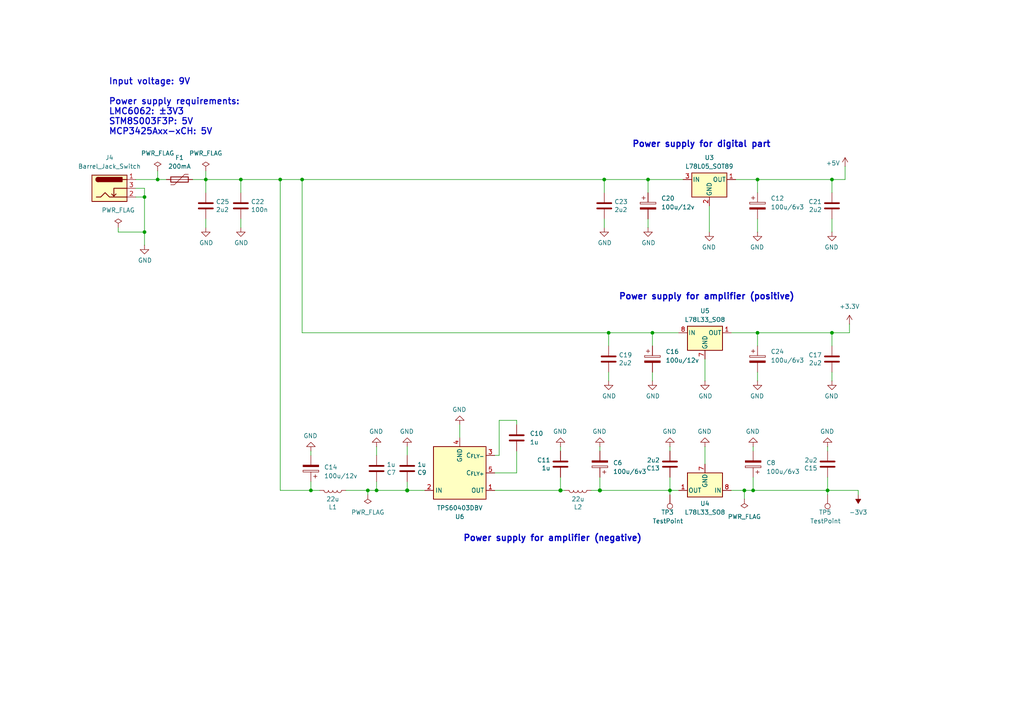
<source format=kicad_sch>
(kicad_sch (version 20231120) (generator "eeschema") (generator_version "8.0")
  (paper "A4")
  (lib_symbols
    (symbol "Connector:Barrel_Jack_Switch" (pin_names hide)
      (property "Reference" "J" (at 0 5.334 0))
      (property "Value" "Barrel_Jack_Switch" (at 0 -5.08 0))
      (symbol "Barrel_Jack_Switch_0_1"
        (rectangle (start -5.08 3.81) (end 5.08 -3.81) (stroke (width 0.254)) (fill (type background)))
        (arc (start -3.302 3.175) (mid -3.9343 2.54) (end -3.302 1.905) (stroke (width 0.254)))
        (arc (start -3.302 3.175) (mid -3.9343 2.54) (end -3.302 1.905) (stroke (width 0.254)) (fill (type outline)))
        (polyline (pts (xy 1.27 -2.286) (xy 1.905 -1.651)) (stroke (width 0.254)))
        (polyline (pts (xy 5.08 2.54) (xy 3.81 2.54)) (stroke (width 0.254)))
        (polyline (pts (xy 5.08 0) (xy 1.27 0) (xy 1.27 -2.286) (xy 0.635 -1.651)) (stroke (width 0.254)))
        (polyline (pts (xy -3.81 -2.54) (xy -2.54 -2.54) (xy -1.27 -1.27) (xy 0 -2.54) (xy 2.54 -2.54) (xy 5.08 -2.54)) (stroke (width 0.254)))
        (rectangle (start 3.683 3.175) (end -3.302 1.905) (stroke (width 0.254)) (fill (type outline)))
      )
      (symbol "Barrel_Jack_Switch_1_1"
        (pin passive line (at 7.62 2.54 180) (length 2.54) (name "~") (number "1"))
        (pin passive line (at 7.62 -2.54 180) (length 2.54) (name "~") (number "2"))
        (pin passive line (at 7.62 0 180) (length 2.54) (name "~") (number "3"))
      )
    )
    (symbol "Connector:TestPoint" (pin_numbers hide) (pin_names (offset 0.762) hide)
      (property "Reference" "TP" (at 0 6.858 0))
      (property "Value" "TestPoint" (at 0 5.08 0))
      (symbol "TestPoint_0_1"
        (circle (center 0 3.302) (radius 0.762))
      )
      (symbol "TestPoint_1_1"
        (pin passive line (at 0 0 90) (length 2.54) (name "1") (number "1"))
      )
    )
    (symbol "Device:C" (pin_numbers hide) (pin_names (offset 0.254))
      (property "Reference" "C" (at 0.635 2.54 0))
      (property "Value" "C" (at 0.635 -2.54 0))
      (symbol "C_0_1"
        (polyline (pts (xy -2.032 -0.762) (xy 2.032 -0.762)) (stroke (width 0.508)))
        (polyline (pts (xy -2.032 0.762) (xy 2.032 0.762)) (stroke (width 0.508)))
      )
      (symbol "C_1_1"
        (pin passive line (at 0 3.81 270) (length 2.794) (name "~") (number "1"))
        (pin passive line (at 0 -3.81 90) (length 2.794) (name "~") (number "2"))
      )
    )
    (symbol "Device:C_Polarized" (pin_numbers hide) (pin_names (offset 0.254))
      (property "Reference" "C" (at 0.635 2.54 0))
      (property "Value" "C_Polarized" (at 0.635 -2.54 0))
      (symbol "C_Polarized_0_1"
        (rectangle (start -2.286 0.508) (end 2.286 1.016))
        (polyline (pts (xy -1.778 2.286) (xy -0.762 2.286)))
        (polyline (pts (xy -1.27 2.794) (xy -1.27 1.778)))
        (rectangle (start 2.286 -0.508) (end -2.286 -1.016) (fill (type outline)))
      )
      (symbol "C_Polarized_1_1"
        (pin passive line (at 0 3.81 270) (length 2.794) (name "~") (number "1"))
        (pin passive line (at 0 -3.81 90) (length 2.794) (name "~") (number "2"))
      )
    )
    (symbol "Device:L" (pin_numbers hide) (pin_names (offset 1.016) hide)
      (property "Reference" "L" (at -1.27 0 90))
      (property "Value" "L" (at 1.905 0 90))
      (symbol "L_0_1"
        (arc (start 0 -2.54) (mid 0.6323 -1.905) (end 0 -1.27))
        (arc (start 0 -1.27) (mid 0.6323 -0.635) (end 0 0))
        (arc (start 0 0) (mid 0.6323 0.635) (end 0 1.27))
        (arc (start 0 1.27) (mid 0.6323 1.905) (end 0 2.54))
      )
      (symbol "L_1_1"
        (pin passive line (at 0 3.81 270) (length 1.27) (name "1") (number "1"))
        (pin passive line (at 0 -3.81 90) (length 1.27) (name "2") (number "2"))
      )
    )
    (symbol "Device:Polyfuse" (pin_numbers hide) (pin_names (offset 0))
      (property "Reference" "F" (at -2.54 0 90))
      (property "Value" "Polyfuse" (at 2.54 0 90))
      (symbol "Polyfuse_0_1"
        (rectangle (start -0.762 2.54) (end 0.762 -2.54) (stroke (width 0.254)))
        (polyline (pts (xy 0 2.54) (xy 0 -2.54)))
        (polyline (pts (xy -1.524 2.54) (xy -1.524 1.524) (xy 1.524 -1.524) (xy 1.524 -2.54)))
      )
      (symbol "Polyfuse_1_1"
        (pin passive line (at 0 3.81 270) (length 1.27) (name "~") (number "1"))
        (pin passive line (at 0 -3.81 90) (length 1.27) (name "~") (number "2"))
      )
    )
    (symbol "PWR_FLAG_1" (power) (pin_numbers hide) (pin_names (offset 0) hide)
      (property "Value" "PWR_FLAG" (at 0 3.81 0))
      (symbol "PWR_FLAG_1_0_0"
        (pin power_out line (at 0 0 90) (length 0) (name "~") (number "1"))
      )
      (symbol "PWR_FLAG_1_0_1"
        (polyline (pts (xy 0 0) (xy 0 1.27) (xy -1.016 1.905) (xy 0 2.54) (xy 1.016 1.905) (xy 0 1.27)))
      )
    )
    (symbol "Regulator_Linear:L78L05_SOT89" (pin_names (offset 0.254))
      (property "Reference" "U" (at -3.81 3.175 0))
      (property "Value" "L78L05_SOT89" (at -0.635 3.175 0))
      (symbol "L78L05_SOT89_0_1"
        (rectangle (start -5.08 1.905) (end 5.08 -5.08) (stroke (width 0.254)) (fill (type background)))
      )
      (symbol "L78L05_SOT89_1_1"
        (pin power_out line (at 7.62 0 180) (length 2.54) (name "OUT") (number "1"))
        (pin power_in line (at 0 -7.62 90) (length 2.54) (name "GND") (number "2"))
        (pin power_in line (at -7.62 0 0) (length 2.54) (name "IN") (number "3"))
      )
    )
    (symbol "Regulator_Linear:L78L33_SO8" (pin_names (offset 0.254))
      (property "Reference" "U" (at -3.81 3.175 0))
      (property "Value" "L78L33_SO8" (at 0 3.175 0))
      (symbol "L78L33_SO8_0_1"
        (rectangle (start -5.08 1.905) (end 5.08 -5.08) (stroke (width 0.254)) (fill (type background)))
      )
      (symbol "L78L33_SO8_1_1"
        (pin power_out line (at 7.62 0 180) (length 2.54) (name "OUT") (number "1"))
        (pin passive line (at 0 -7.62 90) (length 2.54) hide (name "GND") (number "2"))
        (pin passive line (at 0 -7.62 90) (length 2.54) hide (name "GND") (number "3"))
        (pin no_connect line (at -5.08 -2.54 0) (length 2.54) hide (name "NC") (number "4"))
        (pin no_connect line (at 5.08 -2.54 180) (length 2.54) hide (name "NC") (number "5"))
        (pin passive line (at 0 -7.62 90) (length 2.54) hide (name "GND") (number "6"))
        (pin power_in line (at 0 -7.62 90) (length 2.54) (name "GND") (number "7"))
        (pin power_in line (at -7.62 0 0) (length 2.54) (name "IN") (number "8"))
      )
    )
    (symbol "Regulator_SwitchedCapacitor:TPS60403DBV"
      (property "Reference" "U" (at 6.35 8.89 0))
      (property "Value" "TPS60403DBV" (at 7.62 -8.89 0))
      (symbol "TPS60403DBV_1_1"
        (rectangle (start -7.62 7.62) (end 7.62 -7.62) (stroke (width 0.254)) (fill (type background)))
        (pin power_out line (at 10.16 5.08 180) (length 2.54) (name "OUT") (number "1"))
        (pin power_in line (at -10.16 5.08 0) (length 2.54) (name "IN") (number "2"))
        (pin passive line (at 10.16 -5.08 180) (length 2.54) (name "C_{FLY-}") (number "3"))
        (pin power_in line (at 0 -10.16 90) (length 2.54) (name "GND") (number "4"))
        (pin passive line (at 10.16 0 180) (length 2.54) (name "C_{FLY+}") (number "5"))
      )
    )
    (symbol "power:+3.3V" (power) (pin_numbers hide) (pin_names (offset 0) hide)
      (property "Value" "+3.3V" (at 0 3.556 0))
      (symbol "+3.3V_0_1"
        (polyline (pts (xy -0.762 1.27) (xy 0 2.54)))
        (polyline (pts (xy 0 0) (xy 0 2.54)))
        (polyline (pts (xy 0 2.54) (xy 0.762 1.27)))
      )
      (symbol "+3.3V_1_1"
        (pin power_in line (at 0 0 90) (length 0) (name "~") (number "1"))
      )
    )
    (symbol "power:+5V" (power) (pin_numbers hide) (pin_names (offset 0) hide)
      (property "Value" "+5V" (at 0 3.556 0))
      (symbol "+5V_0_1"
        (polyline (pts (xy -0.762 1.27) (xy 0 2.54)))
        (polyline (pts (xy 0 0) (xy 0 2.54)))
        (polyline (pts (xy 0 2.54) (xy 0.762 1.27)))
      )
      (symbol "+5V_1_1"
        (pin power_in line (at 0 0 90) (length 0) (name "~") (number "1"))
      )
    )
    (symbol "power:-3V3" (power) (pin_numbers hide) (pin_names (offset 0) hide)
      (property "Value" "-3V3" (at 0 3.556 0))
      (symbol "-3V3_0_0"
        (pin power_in line (at 0 0 90) (length 0) (name "~") (number "1"))
      )
      (symbol "-3V3_0_1"
        (polyline (pts (xy 0 0) (xy 0 1.27) (xy 0.762 1.27) (xy 0 2.54) (xy -0.762 1.27) (xy 0 1.27)) (fill (type outline)))
      )
    )
    (symbol "power:GND" (power) (pin_numbers hide) (pin_names (offset 0) hide)
      (property "Value" "GND" (at 0 -3.81 0))
      (symbol "GND_0_1"
        (polyline (pts (xy 0 0) (xy 0 -1.27) (xy 1.27 -1.27) (xy 0 -2.54) (xy -1.27 -1.27) (xy 0 -1.27)))
      )
      (symbol "GND_1_1"
        (pin power_in line (at 0 0 270) (length 0) (name "~") (number "1"))
      )
    )
    (symbol "power:PWR_FLAG" (power) (pin_numbers hide) (pin_names (offset 0) hide)
      (property "Value" "PWR_FLAG" (at 0 3.81 0))
      (symbol "PWR_FLAG_0_0"
        (pin power_out line (at 0 0 90) (length 0) (name "~") (number "1"))
      )
      (symbol "PWR_FLAG_0_1"
        (polyline (pts (xy 0 0) (xy 0 1.27) (xy -1.016 1.905) (xy 0 2.54) (xy 1.016 1.905) (xy 0 1.27)))
      )
    )
  )
  (junction (at 118.11 142.24) (diameter 1.016))
  (junction (at 106.68 142.24))
  (junction (at 215.9 142.24))
  (junction (at 173.99 142.24) (diameter 1.016))
  (junction (at 81.28 52.07))
  (junction (at 90.17 142.24))
  (junction (at 175.26 52.07))
  (junction (at 241.3 96.52))
  (junction (at 187.96 52.07))
  (junction (at 41.91 57.15))
  (junction (at 219.71 96.52))
  (junction (at 241.3 52.07))
  (junction (at 109.22 142.24))
  (junction (at 41.91 67.31))
  (junction (at 45.72 52.07))
  (junction (at 189.23 96.52))
  (junction (at 59.69 52.07))
  (junction (at 194.31 142.24))
  (junction (at 218.44 142.24))
  (junction (at 162.56 142.24) (diameter 1.016))
  (junction (at 87.63 52.07))
  (junction (at 240.03 142.24))
  (junction (at 69.85 52.07))
  (junction (at 219.71 52.07))
  (junction (at 176.53 96.52))
  (wire (pts (xy 69.85 52.07) (xy 81.28 52.07)))
  (wire (pts (xy 219.71 67.31) (xy 219.71 63.5)))
  (wire (pts (xy 240.03 142.24) (xy 240.03 138.43)))
  (wire (pts (xy 55.88 52.07) (xy 59.69 52.07)))
  (wire (pts (xy 204.47 129.54) (xy 204.47 134.62)))
  (wire (pts (xy 143.51 137.16) (xy 149.86 137.16)))
  (wire (pts (xy 215.9 142.24) (xy 215.9 144.78)))
  (wire (pts (xy 133.35 123.19) (xy 133.35 127)))
  (wire (pts (xy 59.69 49.53) (xy 59.69 52.07)))
  (wire (pts (xy 59.69 63.5) (xy 59.69 66.04)))
  (wire (pts (xy 34.29 66.04) (xy 34.29 67.31)))
  (wire (pts (xy 218.44 142.24) (xy 240.03 142.24)))
  (wire (pts (xy 175.26 63.5) (xy 175.26 66.04)))
  (wire (pts (xy 241.3 96.52) (xy 241.3 100.33)))
  (wire (pts (xy 69.85 52.07) (xy 69.85 55.88)))
  (wire (pts (xy 59.69 52.07) (xy 69.85 52.07)))
  (wire (pts (xy 81.28 52.07) (xy 81.28 142.24)))
  (wire (pts (xy 100.33 142.24) (xy 106.68 142.24)))
  (wire (pts (xy 194.31 142.24) (xy 196.85 142.24)))
  (wire (pts (xy 173.99 142.24) (xy 173.99 138.43)))
  (wire (pts (xy 187.96 52.07) (xy 198.12 52.07)))
  (wire (pts (xy 87.63 52.07) (xy 81.28 52.07)))
  (wire (pts (xy 123.19 142.24) (xy 118.11 142.24)))
  (wire (pts (xy 39.37 57.15) (xy 41.91 57.15)))
  (wire (pts (xy 90.17 142.24) (xy 90.17 139.7)))
  (wire (pts (xy 143.51 132.08) (xy 144.78 132.08)))
  (wire (pts (xy 194.31 143.51) (xy 194.31 142.24)))
  (wire (pts (xy 204.47 104.14) (xy 204.47 110.49)))
  (wire (pts (xy 175.26 52.07) (xy 175.26 55.88)))
  (wire (pts (xy 143.51 142.24) (xy 162.56 142.24)))
  (wire (pts (xy 149.86 137.16) (xy 149.86 130.81)))
  (wire (pts (xy 87.63 96.52) (xy 176.53 96.52)))
  (wire (pts (xy 241.3 63.5) (xy 241.3 67.31)))
  (wire (pts (xy 246.38 93.98) (xy 246.38 96.52)))
  (wire (pts (xy 87.63 52.07) (xy 87.63 96.52)))
  (wire (pts (xy 81.28 142.24) (xy 90.17 142.24)))
  (wire (pts (xy 109.22 142.24) (xy 118.11 142.24)))
  (wire (pts (xy 248.92 142.24) (xy 248.92 143.51)))
  (wire (pts (xy 34.29 67.31) (xy 41.91 67.31)))
  (wire (pts (xy 175.26 52.07) (xy 187.96 52.07)))
  (wire (pts (xy 109.22 139.7) (xy 109.22 142.24)))
  (wire (pts (xy 41.91 67.31) (xy 41.91 71.12)))
  (wire (pts (xy 149.86 121.92) (xy 149.86 123.19)))
  (wire (pts (xy 219.71 110.49) (xy 219.71 107.95)))
  (wire (pts (xy 41.91 54.61) (xy 41.91 57.15)))
  (wire (pts (xy 162.56 129.54) (xy 162.56 130.81)))
  (wire (pts (xy 109.22 129.54) (xy 109.22 132.08)))
  (wire (pts (xy 196.85 96.52) (xy 189.23 96.52)))
  (wire (pts (xy 45.72 52.07) (xy 48.26 52.07)))
  (wire (pts (xy 69.85 63.5) (xy 69.85 66.04)))
  (wire (pts (xy 219.71 52.07) (xy 241.3 52.07)))
  (wire (pts (xy 213.36 52.07) (xy 219.71 52.07)))
  (wire (pts (xy 218.44 142.24) (xy 218.44 138.43)))
  (wire (pts (xy 240.03 142.24) (xy 240.03 143.51)))
  (wire (pts (xy 194.31 130.81) (xy 194.31 129.54)))
  (wire (pts (xy 212.09 96.52) (xy 219.71 96.52)))
  (wire (pts (xy 218.44 129.54) (xy 218.44 130.81)))
  (wire (pts (xy 90.17 130.81) (xy 90.17 132.08)))
  (wire (pts (xy 87.63 52.07) (xy 175.26 52.07)))
  (wire (pts (xy 219.71 96.52) (xy 241.3 96.52)))
  (wire (pts (xy 187.96 52.07) (xy 187.96 55.88)))
  (wire (pts (xy 187.96 66.04) (xy 187.96 63.5)))
  (wire (pts (xy 245.11 52.07) (xy 245.11 48.26)))
  (wire (pts (xy 215.9 142.24) (xy 218.44 142.24)))
  (wire (pts (xy 39.37 52.07) (xy 45.72 52.07)))
  (wire (pts (xy 106.68 142.24) (xy 106.68 143.51)))
  (wire (pts (xy 162.56 142.24) (xy 162.56 138.43)))
  (wire (pts (xy 241.3 96.52) (xy 246.38 96.52)))
  (wire (pts (xy 176.53 96.52) (xy 189.23 96.52)))
  (wire (pts (xy 219.71 52.07) (xy 219.71 55.88)))
  (wire (pts (xy 189.23 96.52) (xy 189.23 100.33)))
  (wire (pts (xy 144.78 132.08) (xy 144.78 121.92)))
  (wire (pts (xy 118.11 139.7) (xy 118.11 142.24)))
  (wire (pts (xy 176.53 96.52) (xy 176.53 100.33)))
  (wire (pts (xy 240.03 142.24) (xy 248.92 142.24)))
  (wire (pts (xy 212.09 142.24) (xy 215.9 142.24)))
  (wire (pts (xy 241.3 52.07) (xy 241.3 55.88)))
  (wire (pts (xy 205.74 59.69) (xy 205.74 67.31)))
  (wire (pts (xy 41.91 57.15) (xy 41.91 67.31)))
  (wire (pts (xy 171.45 142.24) (xy 173.99 142.24)))
  (wire (pts (xy 219.71 96.52) (xy 219.71 100.33)))
  (wire (pts (xy 240.03 130.81) (xy 240.03 129.54)))
  (wire (pts (xy 173.99 142.24) (xy 194.31 142.24)))
  (wire (pts (xy 106.68 142.24) (xy 109.22 142.24)))
  (wire (pts (xy 45.72 49.53) (xy 45.72 52.07)))
  (wire (pts (xy 176.53 107.95) (xy 176.53 110.49)))
  (wire (pts (xy 189.23 110.49) (xy 189.23 107.95)))
  (wire (pts (xy 194.31 142.24) (xy 194.31 138.43)))
  (wire (pts (xy 173.99 129.54) (xy 173.99 130.81)))
  (wire (pts (xy 144.78 121.92) (xy 149.86 121.92)))
  (wire (pts (xy 90.17 142.24) (xy 92.71 142.24)))
  (wire (pts (xy 162.56 142.24) (xy 163.83 142.24)))
  (wire (pts (xy 59.69 52.07) (xy 59.69 55.88)))
  (wire (pts (xy 241.3 107.95) (xy 241.3 110.49)))
  (wire (pts (xy 39.37 54.61) (xy 41.91 54.61)))
  (wire (pts (xy 118.11 129.54) (xy 118.11 132.08)))
  (wire (pts (xy 241.3 52.07) (xy 245.11 52.07)))
  (text "Power supply for amplifier (negative)" (at 160.274 156.21 0) (effects (font (size 1.8 1.8) (thickness 0.36) (bold yes))))
  (text "Power supply for amplifier (positive)" (at 204.978 86.106 0) (effects (font (size 1.8 1.8) (thickness 0.36) (bold yes))))
  (text "Power supply for digital part" (at 203.454 41.91 0) (effects (font (size 1.8 1.8) (thickness 0.36) (bold yes))))
  (text "Input voltage: 9V\n\nPower supply requirements:\nLMC6062: ±3V3\nSTM8S003F3P: 5V\nMCP3425Axx-xCH: 5V" (at 31.496 30.988 0) (effects (font (size 1.8 1.8) (thickness 0.3) (bold yes)) (justify left)))
  (symbol (lib_id "power:GND") (at 240.03 129.54 180) (unit 1)
    (property "Reference" "#PWR017" (effects (hide yes)))
    (property "Value" "GND" (at 239.903 125.1458 0))
  )
  (symbol (lib_id "Regulator_Linear:L78L33_SO8") (at 204.47 96.52 0) (unit 1)
    (property "Reference" "U5" (at 204.47 90.17 0))
    (property "Value" "L78L33_SO8" (at 204.47 92.71 0))
    (property "Footprint" "Package_SO:SOIC-8_3.9x4.9mm_P1.27mm" (effects (hide yes)))
    (property "Datasheet" "http://www.st.com/content/ccc/resource/technical/document/datasheet/15/55/e5/aa/23/5b/43/fd/CD00000446.pdf/files/CD00000446.pdf/jcr:content/translations/en.CD00000446.pdf" (effects (hide yes)))
    (property "Description" "Positive 100mA 30V Linear Regulator, Fixed Output 3.3V, SO-8" (effects (hide yes)))
  )
  (symbol (lib_id "Device:C") (at 59.69 59.69 0) (unit 1)
    (property "Reference" "C25" (at 62.611 58.5216 0) (effects (justify left)))
    (property "Value" "2u2" (at 62.611 60.833 0) (effects (justify left)))
    (property "Footprint" "Capacitor_SMD:C_0805_2012Metric" (effects (hide yes)))
  )
  (symbol (lib_name "PWR_FLAG_1") (lib_id "power:PWR_FLAG") (at 215.9 144.78 180) (unit 1)
    (property "Reference" "#FLG06" (effects (hide yes)))
    (property "Value" "PWR_FLAG" (at 215.9 149.86 0))
    (property "Description" "Special symbol for telling ERC where power comes from" (effects (hide yes)))
  )
  (symbol (lib_id "Device:C_Polarized") (at 219.71 59.69 0) (unit 1)
    (property "Reference" "C12" (at 223.52 57.5309 0) (effects (justify left)))
    (property "Value" "100u/6v3" (at 223.52 60.0709 0) (effects (justify left)))
    (property "Footprint" "Capacitor_SMD:CP_Elec_6.3x5.8" (effects (hide yes)))
    (property "Description" "Polarized capacitor" (effects (hide yes)))
  )
  (symbol (lib_id "Device:C_Polarized") (at 187.96 59.69 0) (unit 1)
    (property "Reference" "C20" (at 191.77 57.5309 0) (effects (justify left)))
    (property "Value" "100u/12v" (at 191.77 60.0709 0) (effects (justify left)))
    (property "Footprint" "Capacitor_SMD:CP_Elec_6.3x5.8" (effects (hide yes)))
    (property "Description" "Polarized capacitor" (effects (hide yes)))
  )
  (symbol (lib_id "Device:C") (at 118.11 135.89 0) (mirror x) (unit 1)
    (property "Reference" "C9" (at 121.031 137.0584 0) (effects (justify left)))
    (property "Value" "1u" (at 121.031 134.747 0) (effects (justify left)))
    (property "Footprint" "Capacitor_SMD:C_0805_2012Metric" (effects (hide yes)))
  )
  (symbol (lib_id "Device:C_Polarized") (at 218.44 134.62 180) (unit 1)
    (property "Reference" "C8" (at 222.25 134.2389 0) (effects (justify right)))
    (property "Value" "100u/6v3" (at 222.25 136.7789 0) (effects (justify right)))
    (property "Footprint" "Capacitor_Tantalum_SMD:CP_EIA-3528-21_Kemet-B" (effects (hide yes)))
    (property "Description" "Polarized capacitor" (effects (hide yes)))
  )
  (symbol (lib_id "power:GND") (at 41.91 71.12 0) (unit 1)
    (property "Reference" "#PWR08" (effects (hide yes)))
    (property "Value" "GND" (at 42.037 75.5142 0))
  )
  (symbol (lib_id "Device:C") (at 162.56 134.62 0) (mirror x) (unit 1)
    (property "Reference" "C11" (at 159.6644 133.4516 0) (effects (justify right)))
    (property "Value" "1u" (at 159.6644 135.763 0) (effects (justify right)))
    (property "Footprint" "Capacitor_SMD:C_0805_2012Metric" (effects (hide yes)))
  )
  (symbol (lib_id "Connector:Barrel_Jack_Switch") (at 31.75 54.61 0) (unit 1)
    (property "Reference" "J4" (at 31.75 45.72 0))
    (property "Value" "Barrel_Jack_Switch" (at 31.75 48.26 0))
    (property "Footprint" "Connector_BarrelJack:BarrelJack_GCT_DCJ200-10-A_Horizontal" (effects (hide yes)))
    (property "Description" "DC Barrel Jack with an internal switch" (effects (hide yes)))
  )
  (symbol (lib_id "power:GND") (at 59.69 66.04 0) (unit 1)
    (property "Reference" "#PWR057" (effects (hide yes)))
    (property "Value" "GND" (at 59.817 70.4342 0))
  )
  (symbol (lib_id "power:GND") (at 109.22 129.54 180) (unit 1)
    (property "Reference" "#PWR010" (effects (hide yes)))
    (property "Value" "GND" (at 109.093 125.1458 0))
  )
  (symbol (lib_id "Connector:TestPoint") (at 194.31 143.51 180) (unit 1)
    (property "Reference" "TP3" (at 191.77 148.59 0) (effects (justify right)))
    (property "Value" "TestPoint" (at 189.23 151.13 0) (effects (justify right)))
    (property "Footprint" "TestPoint:TestPoint_Pad_D1.0mm" (effects (hide yes)))
  )
  (symbol (lib_id "power:GND") (at 241.3 110.49 0) (mirror y) (unit 1)
    (property "Reference" "#PWR019" (effects (hide yes)))
    (property "Value" "GND" (at 241.173 114.8842 0))
  )
  (symbol (lib_id "Device:C_Polarized") (at 90.17 135.89 180) (unit 1)
    (property "Reference" "C14" (at 93.98 135.5089 0) (effects (justify right)))
    (property "Value" "100u/12v" (at 93.98 138.0489 0) (effects (justify right)))
    (property "Footprint" "Capacitor_SMD:CP_Elec_6.3x5.8" (effects (hide yes)))
    (property "Description" "Polarized capacitor" (effects (hide yes)))
  )
  (symbol (lib_id "Device:C") (at 69.85 59.69 0) (unit 1)
    (property "Reference" "C22" (at 72.771 58.5216 0) (effects (justify left)))
    (property "Value" "100n" (at 72.771 60.833 0) (effects (justify left)))
    (property "Footprint" "Capacitor_SMD:C_0805_2012Metric" (effects (hide yes)))
  )
  (symbol (lib_id "Device:C") (at 109.22 135.89 0) (mirror x) (unit 1)
    (property "Reference" "C7" (at 112.141 137.0584 0) (effects (justify left)))
    (property "Value" "1u" (at 112.141 134.747 0) (effects (justify left)))
    (property "Footprint" "Capacitor_SMD:C_0805_2012Metric" (effects (hide yes)))
  )
  (symbol (lib_id "Device:C_Polarized") (at 173.99 134.62 180) (unit 1)
    (property "Reference" "C6" (at 177.8 134.2389 0) (effects (justify right)))
    (property "Value" "100u/6v3" (at 177.8 136.7789 0) (effects (justify right)))
    (property "Footprint" "Capacitor_Tantalum_SMD:CP_EIA-3528-21_Kemet-B" (effects (hide yes)))
    (property "Description" "Polarized capacitor" (effects (hide yes)))
  )
  (symbol (lib_id "power:GND") (at 194.31 129.54 180) (unit 1)
    (property "Reference" "#PWR015" (effects (hide yes)))
    (property "Value" "GND" (at 194.183 125.1458 0))
  )
  (symbol (lib_id "power:GND") (at 162.56 129.54 180) (unit 1)
    (property "Reference" "#PWR013" (effects (hide yes)))
    (property "Value" "GND" (at 162.433 125.1458 0))
  )
  (symbol (lib_id "power:+3.3V") (at 246.38 93.98 0) (unit 1)
    (property "Reference" "#PWR026" (effects (hide yes)))
    (property "Value" "+3.3V" (at 246.38 88.9 0))
    (property "Description" "Power symbol creates a global label with name \"+3.3V\"" (effects (hide yes)))
  )
  (symbol (lib_id "power:+5V") (at 245.11 48.26 0) (unit 1)
    (property "Reference" "#PWR07" (effects (hide yes)))
    (property "Value" "+5V" (at 243.6368 47.3202 0) (effects (justify right)))
  )
  (symbol (lib_name "PWR_FLAG_1") (lib_id "power:PWR_FLAG") (at 45.72 49.53 0) (unit 1)
    (property "Reference" "#FLG07" (effects (hide yes)))
    (property "Value" "PWR_FLAG" (at 45.72 44.45 0))
    (property "Description" "Special symbol for telling ERC where power comes from" (effects (hide yes)))
  )
  (symbol (lib_id "Device:C") (at 176.53 104.14 0) (unit 1)
    (property "Reference" "C19" (at 179.451 102.9716 0) (effects (justify left)))
    (property "Value" "2u2" (at 179.451 105.283 0) (effects (justify left)))
    (property "Footprint" "Capacitor_SMD:C_0805_2012Metric" (effects (hide yes)))
  )
  (symbol (lib_id "power:GND") (at 173.99 129.54 180) (unit 1)
    (property "Reference" "#PWR014" (effects (hide yes)))
    (property "Value" "GND" (at 173.863 125.1458 0))
  )
  (symbol (lib_id "Device:C") (at 240.03 134.62 180) (unit 1)
    (property "Reference" "C15" (at 237.109 135.7884 0) (effects (justify left)))
    (property "Value" "2u2" (at 237.109 133.477 0) (effects (justify left)))
    (property "Footprint" "Capacitor_SMD:C_0805_2012Metric" (effects (hide yes)))
  )
  (symbol (lib_id "Device:C") (at 175.26 59.69 0) (unit 1)
    (property "Reference" "C23" (at 178.181 58.5216 0) (effects (justify left)))
    (property "Value" "2u2" (at 178.181 60.833 0) (effects (justify left)))
    (property "Footprint" "Capacitor_SMD:C_0805_2012Metric" (effects (hide yes)))
  )
  (symbol (lib_id "Device:C") (at 149.86 127 0) (mirror y) (unit 1)
    (property "Reference" "C10" (at 153.67 125.7299 0) (effects (justify right)))
    (property "Value" "1u" (at 153.67 128.2699 0) (effects (justify right)))
    (property "Footprint" "Capacitor_SMD:C_0805_2012Metric" (effects (hide yes)))
  )
  (symbol (lib_id "Device:C") (at 194.31 134.62 180) (unit 1)
    (property "Reference" "C13" (at 191.389 135.7884 0) (effects (justify left)))
    (property "Value" "2u2" (at 191.389 133.477 0) (effects (justify left)))
    (property "Footprint" "Capacitor_SMD:C_0805_2012Metric" (effects (hide yes)))
  )
  (symbol (lib_id "Device:L") (at 96.52 142.24 270) (unit 1)
    (property "Reference" "L1" (at 96.52 147.066 90))
    (property "Value" "22u" (at 96.52 144.7546 90))
    (property "Footprint" "Inductor_SMD:L_7.3x7.3_H3.5" (effects (hide yes)))
  )
  (symbol (lib_id "Device:C") (at 241.3 59.69 0) (mirror y) (unit 1)
    (property "Reference" "C21" (at 238.379 58.5216 0) (effects (justify left)))
    (property "Value" "2u2" (at 238.379 60.833 0) (effects (justify left)))
    (property "Footprint" "Capacitor_SMD:C_0805_2012Metric" (effects (hide yes)))
  )
  (symbol (lib_id "power:GND") (at 218.44 129.54 180) (unit 1)
    (property "Reference" "#PWR016" (effects (hide yes)))
    (property "Value" "GND" (at 218.313 125.1458 0))
  )
  (symbol (lib_id "power:GND") (at 69.85 66.04 0) (unit 1)
    (property "Reference" "#PWR056" (effects (hide yes)))
    (property "Value" "GND" (at 69.977 70.4342 0))
  )
  (symbol (lib_name "PWR_FLAG_1") (lib_id "power:PWR_FLAG") (at 34.29 66.04 0) (unit 1)
    (property "Reference" "#FLG04" (effects (hide yes)))
    (property "Value" "PWR_FLAG" (at 34.29 60.96 0))
    (property "Description" "Special symbol for telling ERC where power comes from" (effects (hide yes)))
  )
  (symbol (lib_id "power:GND") (at 189.23 110.49 0) (unit 1)
    (property "Reference" "#PWR020" (effects (hide yes)))
    (property "Value" "GND" (at 189.357 114.8842 0))
  )
  (symbol (lib_id "power:GND") (at 204.47 129.54 180) (unit 1)
    (property "Reference" "#PWR028" (effects (hide yes)))
    (property "Value" "GND" (at 204.343 125.1458 0))
  )
  (symbol (lib_id "power:-3V3") (at 248.92 143.51 180) (unit 1)
    (property "Reference" "#PWR027" (effects (hide yes)))
    (property "Value" "-3V3" (at 248.92 148.59 0))
    (property "Description" "Power symbol creates a global label with name \"-3V3\"" (effects (hide yes)))
  )
  (symbol (lib_id "power:PWR_FLAG") (at 106.68 143.51 180) (unit 1)
    (property "Reference" "#FLG01" (effects (hide yes)))
    (property "Value" "PWR_FLAG" (at 106.68 148.59 0))
    (property "Description" "Special symbol for telling ERC where power comes from" (effects (hide yes)))
  )
  (symbol (lib_id "power:GND") (at 241.3 67.31 0) (mirror y) (unit 1)
    (property "Reference" "#PWR023" (effects (hide yes)))
    (property "Value" "GND" (at 241.173 71.7042 0))
  )
  (symbol (lib_id "Device:Polyfuse") (at 52.07 52.07 90) (unit 1)
    (property "Reference" "F1" (at 52.07 45.72 90))
    (property "Value" "200mA" (at 52.07 48.26 90))
    (property "Footprint" "Fuse:Fuse_1206_3216Metric" (effects (hide yes)))
    (property "Description" "Resettable fuse, polymeric positive temperature coefficient" (effects (hide yes)))
  )
  (symbol (lib_id "Device:C_Polarized") (at 219.71 104.14 0) (unit 1)
    (property "Reference" "C24" (at 223.52 101.9809 0) (effects (justify left)))
    (property "Value" "100u/6v3" (at 223.52 104.5209 0) (effects (justify left)))
    (property "Footprint" "Capacitor_Tantalum_SMD:CP_EIA-3528-21_Kemet-B" (effects (hide yes)))
    (property "Description" "Polarized capacitor" (effects (hide yes)))
  )
  (symbol (lib_id "power:GND") (at 176.53 110.49 0) (unit 1)
    (property "Reference" "#PWR021" (effects (hide yes)))
    (property "Value" "GND" (at 176.657 114.8842 0))
  )
  (symbol (lib_id "power:GND") (at 205.74 67.31 0) (mirror y) (unit 1)
    (property "Reference" "#PWR031" (effects (hide yes)))
    (property "Value" "GND" (at 205.613 71.7042 0))
  )
  (symbol (lib_id "Regulator_Linear:L78L33_SO8") (at 204.47 142.24 180) (unit 1)
    (property "Reference" "U4" (at 204.47 146.05 0))
    (property "Value" "L78L33_SO8" (at 204.47 148.59 0))
    (property "Footprint" "Package_SO:SOIC-8_3.9x4.9mm_P1.27mm" (effects (hide yes)))
    (property "Datasheet" "http://www.st.com/content/ccc/resource/technical/document/datasheet/15/55/e5/aa/23/5b/43/fd/CD00000446.pdf/files/CD00000446.pdf/jcr:content/translations/en.CD00000446.pdf" (effects (hide yes)))
    (property "Description" "Positive 100mA 30V Linear Regulator, Fixed Output 3.3V, SO-8" (effects (hide yes)))
  )
  (symbol (lib_id "Regulator_Linear:L78L05_SOT89") (at 205.74 52.07 0) (unit 1)
    (property "Reference" "U3" (at 205.74 45.72 0))
    (property "Value" "L78L05_SOT89" (at 205.74 48.26 0))
    (property "Footprint" "Package_TO_SOT_SMD:SOT-89-3" (effects (hide yes)))
    (property "Datasheet" "http://www.st.com/content/ccc/resource/technical/document/datasheet/15/55/e5/aa/23/5b/43/fd/CD00000446.pdf/files/CD00000446.pdf/jcr:content/translations/en.CD00000446.pdf" (effects (hide yes)))
    (property "Description" "Positive 100mA 30V Linear Regulator, Fixed Output 5V, SOT-89" (effects (hide yes)))
  )
  (symbol (lib_id "power:GND") (at 204.47 110.49 0) (unit 1)
    (property "Reference" "#PWR030" (effects (hide yes)))
    (property "Value" "GND" (at 204.597 114.8842 0))
  )
  (symbol (lib_id "power:GND") (at 219.71 110.49 0) (mirror y) (unit 1)
    (property "Reference" "#PWR018" (effects (hide yes)))
    (property "Value" "GND" (at 219.583 114.8842 0))
  )
  (symbol (lib_id "Regulator_SwitchedCapacitor:TPS60403DBV") (at 133.35 137.16 0) (mirror x) (unit 1)
    (property "Reference" "U6" (at 133.35 149.86 0))
    (property "Value" "TPS60403DBV" (at 133.35 147.32 0))
    (property "Footprint" "Package_TO_SOT_SMD:SOT-23-5" (effects (hide yes)))
    (property "Datasheet" "https://www.ti.com/lit/ds/symlink/tps60401.pdf" (effects (hide yes)))
    (property "Description" "Unregulated 60-mA Charge Pump Voltage Inverter with Fixed Switching Frequency 250 kHz, SOT-23-5" (effects (hide yes)))
  )
  (symbol (lib_id "Device:L") (at 167.64 142.24 270) (unit 1)
    (property "Reference" "L2" (at 167.64 147.066 90))
    (property "Value" "22u" (at 167.64 144.7546 90))
    (property "Footprint" "Inductor_SMD:L_7.3x7.3_H3.5" (effects (hide yes)))
  )
  (symbol (lib_id "power:GND") (at 175.26 66.04 0) (unit 1)
    (property "Reference" "#PWR025" (effects (hide yes)))
    (property "Value" "GND" (at 175.387 70.4342 0))
  )
  (symbol (lib_id "power:GND") (at 90.17 130.81 180) (unit 1)
    (property "Reference" "#PWR09" (effects (hide yes)))
    (property "Value" "GND" (at 90.043 126.4158 0))
  )
  (symbol (lib_id "Connector:TestPoint") (at 240.03 143.51 180) (unit 1)
    (property "Reference" "TP5" (at 237.49 148.59 0) (effects (justify right)))
    (property "Value" "TestPoint" (at 234.95 151.13 0) (effects (justify right)))
    (property "Footprint" "TestPoint:TestPoint_Pad_D1.0mm" (effects (hide yes)))
  )
  (symbol (lib_id "Device:C_Polarized") (at 189.23 104.14 0) (unit 1)
    (property "Reference" "C16" (at 193.04 101.9809 0) (effects (justify left)))
    (property "Value" "100u/12v" (at 193.04 104.5209 0) (effects (justify left)))
    (property "Footprint" "Capacitor_SMD:CP_Elec_6.3x5.8" (effects (hide yes)))
    (property "Description" "Polarized capacitor" (effects (hide yes)))
  )
  (symbol (lib_name "PWR_FLAG_1") (lib_id "power:PWR_FLAG") (at 59.69 49.53 0) (unit 1)
    (property "Reference" "#FLG02" (effects (hide yes)))
    (property "Value" "PWR_FLAG" (at 59.69 44.45 0))
    (property "Description" "Special symbol for telling ERC where power comes from" (effects (hide yes)))
  )
  (symbol (lib_id "power:GND") (at 118.11 129.54 180) (unit 1)
    (property "Reference" "#PWR011" (effects (hide yes)))
    (property "Value" "GND" (at 117.983 125.1458 0))
  )
  (symbol (lib_id "power:GND") (at 187.96 66.04 0) (unit 1)
    (property "Reference" "#PWR024" (effects (hide yes)))
    (property "Value" "GND" (at 188.087 70.4342 0))
  )
  (symbol (lib_id "power:GND") (at 219.71 67.31 0) (mirror y) (unit 1)
    (property "Reference" "#PWR022" (effects (hide yes)))
    (property "Value" "GND" (at 219.583 71.7042 0))
  )
  (symbol (lib_id "power:GND") (at 133.35 123.19 180) (unit 1)
    (property "Reference" "#PWR012" (effects (hide yes)))
    (property "Value" "GND" (at 133.223 118.7958 0))
  )
  (symbol (lib_id "Device:C") (at 241.3 104.14 0) (mirror y) (unit 1)
    (property "Reference" "C17" (at 238.379 102.9716 0) (effects (justify left)))
    (property "Value" "2u2" (at 238.379 105.283 0) (effects (justify left)))
    (property "Footprint" "Capacitor_SMD:C_0805_2012Metric" (effects (hide yes)))
  )
)
</source>
